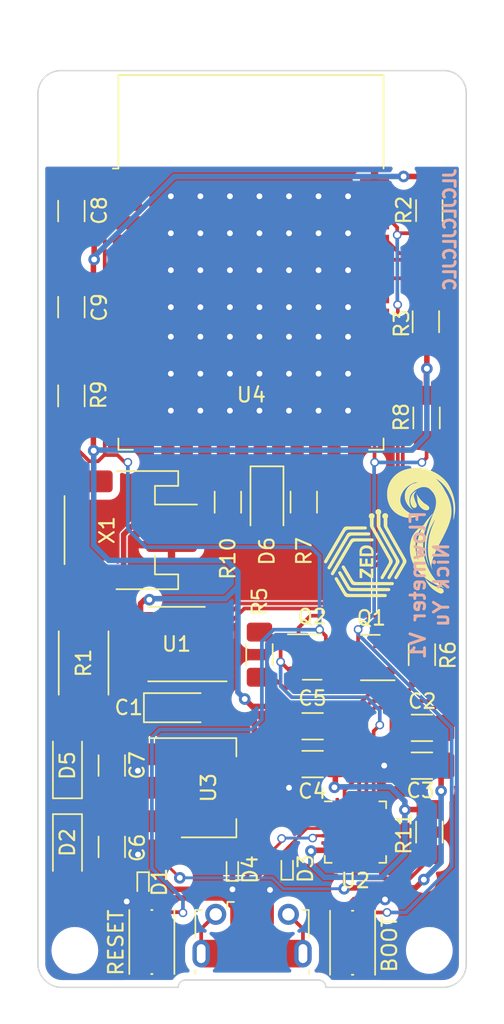
<source format=kicad_pcb>
(kicad_pcb (version 20211014) (generator pcbnew)
  (title_block (title "Energy-Harvesting Flowmeter"))
  (layers (0 "F.Cu" signal) (31 "B.Cu" signal) (34 "B.Paste" user) (35 "F.Paste" user) (36 "B.SilkS" user "B.Silkscreen") (37 "F.SilkS" user "F.Silkscreen") (38 "B.Mask" user) (39 "F.Mask" user) (44 "Edge.Cuts" user))
  (net 0 "")
  (net 1 "VBUS")
  (net 2 "GND")
  (net 3 "Net-(D1-Pad2)")
  (net 4 "D+")
  (net 5 "D-")
  (net 7 "unconnected-(J1-Pad6)")
  (net 8 "Net-(Q2-Pad1)")
  (net 9 "DTR")
  (net 10 "IO0")
  (net 11 "RTS")
  (net 12 "RESET")
  (net 13 "TXD")
  (net 14 "IO13")
  (net 15 "SCL")
  (net 16 "SDA")
  (net 28 "RXD")
  (net 55 "Net-(Q1-Pad1)")
  (net 56 "Net-(R7-Pad1)")
  (net 57 "Net-(R10-Pad2)")
  (net 58 "Net-(C1-Pad1)")
  (net 59 "3V3")
  (net 60 "Net-(R11-Pad1)")
  (net 62 "Net-(U1-Pad8)")
  (footprint "Package_DFN_QFN:QFN-24-1EP_4x4mm_P0.5mm_EP2.6x2.6mm" (layer "F.Cu") (at 157.988 117.348)
    (fp_text reference "U2")
    (fp_text value "CP2102N-Axx-xQFN24")
  )
  (footprint "Capacitor_SMD:C_1206_3216Metric_Pad1.33x1.80mm_HandSolder" (layer "F.Cu") (at 155.04 110.076 180)
    (fp_text reference "C5")
    (fp_text value "0.1uF")
  )
  (footprint "Capacitor_SMD:C_1206_3216Metric_Pad1.33x1.80mm_HandSolder" (layer "F.Cu") (at 162.56 110.184)
    (fp_text reference "C2")
    (fp_text value "4.7uF")
  )
  (footprint "Diode_SMD:D_SOD-123" (layer "F.Cu") (at 145.684 108.8)
    (fp_text reference "C1")
    (fp_text value "470uF")
  )
  (footprint "Resistor_SMD:R_1206_3216Metric_Pad1.30x1.75mm_HandSolder" (layer "F.Cu") (at 163.068 74.65 -90)
    (fp_text reference "R2")
    (fp_text value "10K")
  )
  (footprint "Button_Switch_SMD:SW_Push_1P1T_NO_CK_KMR2" (layer "F.Cu") (at 157.79 124.95 -90)
    (fp_text reference "SW1" hide)
    (fp_text value "SW_Push")
  )
  (footprint "Connector_USB:USB_Micro-B_Molex-105017-0001" (layer "F.Cu") (at 150.876 124.46)
    (fp_text reference "J1" hide)
    (fp_text value "USB_B_Mini")
  )
  (footprint "Package_TO_SOT_SMD:SOT-23" (layer "F.Cu") (at 159.01075 105.356 180)
    (fp_text reference "Q1")
    (fp_text value "BC817")
  )
  (footprint "Package_TO_SOT_SMD:SOT-23" (layer "F.Cu") (at 155.01075 105.3185)
    (fp_text reference "Q2")
    (fp_text value "BC817")
  )
  (footprint "Resistor_SMD:R_1206_3216Metric_Pad1.30x1.75mm_HandSolder" (layer "F.Cu") (at 151.384 105.156 -90)
    (fp_text reference "R5")
    (fp_text value "10K")
  )
  (footprint "Resistor_SMD:R_1206_3216Metric_Pad1.30x1.75mm_HandSolder" (layer "F.Cu") (at 162.56 105.156 90)
    (fp_text reference "R6")
    (fp_text value "10K")
  )
  (footprint "Diode_SMD:D_SOD-923" (layer "F.Cu") (at 143.38 120.904 -90)
    (fp_text reference "D1")
    (fp_text value "ESD9B5.0ST5G")
  )
  (footprint "MountingHole:MountingHole_2.2mm_M2_DIN965" (layer "F.Cu") (at 163.068 68.072)
    (fp_text reference "H2" hide)
    (fp_text value "MountingHole")
  )
  (footprint "Resistor_SMD:R_1206_3216Metric_Pad1.30x1.75mm_HandSolder" (layer "F.Cu") (at 149.212 94.68 -90)
    (fp_text reference "R10")
    (fp_text value "5K")
  )
  (footprint "Capacitor_SMD:C_1206_3216Metric_Pad1.33x1.80mm_HandSolder" (layer "F.Cu") (at 155.04 112.676 180)
    (fp_text reference "C4")
    (fp_text value "4.7uF")
  )
  (footprint "Resistor_SMD:R_1206_3216Metric_Pad1.30x1.75mm_HandSolder" (layer "F.Cu") (at 162.83 82.28 90)
    (fp_text reference "R3")
    (fp_text value "10K")
  )
  (footprint "Resistor_SMD:R_1206_3216Metric_Pad1.30x1.75mm_HandSolder" (layer "F.Cu") (at 162.88 88.89 -90)
    (fp_text reference "R8")
    (fp_text value "10K")
  )
  (footprint "Capacitor_SMD:C_1206_3216Metric_Pad1.33x1.80mm_HandSolder" (layer "F.Cu") (at 141.224 118.364 -90)
    (fp_text reference "C6")
    (fp_text value "10uF")
  )
  (footprint "RF_Module:ESP32-WROOM-32" (layer "F.Cu") (at 150.8 81.2)
    (fp_text reference "U4")
    (fp_text value "ESP32-WROOM-32")
  )
  (footprint "Diode_SMD:D_SOD-923" (layer "F.Cu") (at 149.52 119.8975 90)
    (fp_text reference "D4")
    (fp_text value "ESD9B5.0ST5G")
  )
  (footprint "Capacitor_SMD:C_1206_3216Metric_Pad1.33x1.80mm_HandSolder" (layer "F.Cu") (at 141.224 112.776 90)
    (fp_text reference "C7")
    (fp_text value "10uF")
  )
  (footprint "Resistor_SMD:R_2512_6332Metric_Pad1.40x3.35mm_HandSolder" (layer "F.Cu") (at 139.2865 105.73 -90)
    (fp_text reference "R1")
    (fp_text value "0.1")
  )
  (footprint "LED_SMD:LED_1206_3216Metric_Pad1.42x1.75mm_HandSolder" (layer "F.Cu") (at 151.9 94.676 -90)
    (fp_text reference "D6")
    (fp_text value "LED")
  )
  (footprint "Resistor_SMD:R_1206_3216Metric_Pad1.30x1.75mm_HandSolder" (layer "F.Cu") (at 138.44575 87.376 -90)
    (fp_text reference "R9")
    (fp_text value "10K")
  )
  (footprint "Diode_SMD:D_SOD-123" (layer "F.Cu") (at 138.176 118.364 -90)
    (fp_text reference "D2")
    (fp_text value "D_Schottky")
  )
  (footprint "Diode_SMD:D_SOD-923" (layer "F.Cu") (at 153.29 119.8175 90)
    (fp_text reference "D3")
    (fp_text value "ESD9B5.0ST5G")
  )
  (footprint "Connector_JST:JST_PH_S2B-PH-SM4-TB_1x02-1MP_P2.00mm_Horizontal" (layer "F.Cu") (at 142.484 96.6 -90)
    (fp_text reference "X1")
    (fp_text value "JSTPH")
  )
  (footprint "Capacitor_SMD:C_1206_3216Metric_Pad1.33x1.80mm_HandSolder" (layer "F.Cu") (at 162.56 112.784 180)
    (fp_text reference "C3")
    (fp_text value "0.1uF")
  )
  (footprint "Resistor_SMD:R_1206_3216Metric_Pad1.30x1.75mm_HandSolder" (layer "F.Cu") (at 154.432 94.676 -90)
    (fp_text reference "R7")
    (fp_text value "5K")
  )
  (footprint "ZED logo:footprint" (layer "F.Cu") (at 162.53 96.6 90)
    (fp_text reference "G***" hide)
    (fp_text value "LOGO" hide)
  )
  (footprint "Button_Switch_SMD:SW_Push_1P1T_NO_CK_KMR2" (layer "F.Cu") (at 143.98 124.9 -90)
    (fp_text reference "SW2" hide)
    (fp_text value "SW_Push")
  )
  (footprint "Resistor_SMD:R_1206_3216Metric_Pad1.30x1.75mm_HandSolder" (layer "F.Cu") (at 163.068 117.348 90)
    (fp_text reference "R11")
    (fp_text value "1K")
  )
  (footprint "Capacitor_SMD:C_1206_3216Metric_Pad1.33x1.80mm_HandSolder" (layer "F.Cu") (at 138.44575 81.28 -90)
    (fp_text reference "C9")
    (fp_text value "1uF")
  )
  (footprint "Diode_SMD:D_SOD-123" (layer "F.Cu") (at 138.176 112.776 90)
    (fp_text reference "D5")
    (fp_text value "D_Schottky")
  )
  (footprint "MountingHole:MountingHole_2.2mm_M2_DIN965" (layer "F.Cu") (at 163.068 125.476)
    (fp_text reference "H4" hide)
    (fp_text value "MountingHole")
  )
  (footprint "MountingHole:MountingHole_2.2mm_M2_DIN965" (layer "F.Cu") (at 138.684 125.476)
    (fp_text reference "H3" hide)
    (fp_text value "MountingHole")
  )
  (footprint "Capacitor_SMD:C_1206_3216Metric_Pad1.33x1.80mm_HandSolder" (layer "F.Cu") (at 138.44575 74.676 90)
    (fp_text reference "C8")
    (fp_text value "100uF")
  )
  (footprint "Package_SO:SOIC-8_3.9x4.9mm_P1.27mm" (layer "F.Cu") (at 145.6765 104.43 180)
    (fp_text reference "U1")
    (fp_text value "INA219BxD")
  )
  (footprint "MountingHole:MountingHole_2.2mm_M2_DIN965" (layer "F.Cu") (at 138.684 68.072)
    (fp_text reference "H1" hide)
    (fp_text value "MountingHole")
  )
  (footprint "Package_TO_SOT_SMD:SOT-223-3_TabPin2" (layer "F.Cu") (at 147.884 114.3)
    (fp_text reference "U3")
    (fp_text value "NCP1117-3.3_SOT223")
  )
  (footprint "ZED logo:small_zed_logo" (layer "F.Cu") (at 158.66 98.18 90)
    (fp_text reference "G***" hide)
    (fp_text value "LOGO" hide)
  )
  (gr_line (start 164.084 128.016) (end 155.956 128.016) (layer "Edge.Cuts") (width 0.1))
  (gr_arc (start 137.668 128.016) (mid 136.625877 127.534123) (end 136.144 126.492) (layer "Edge.Cuts") (width 0.1))
  (gr_line (start 155.448 127.508) (end 146.304 127.508) (layer "Edge.Cuts") (width 0.1))
  (gr_line (start 136.144 126.492) (end 136.144 66.548) (layer "Edge.Cuts") (width 0.1))
  (gr_line (start 137.729631 65.024) (end 164.084 65.024) (layer "Edge.Cuts") (width 0.1))
  (gr_line (start 145.796 128.016) (end 137.668 128.016) (layer "Edge.Cuts") (width 0.1))
  (gr_arc (start 155.448 127.508) (mid 155.80721 127.65679) (end 155.956 128.016) (layer "Edge.Cuts") (width 0.1))
  (gr_arc (start 165.608 126.492) (mid 165.144081 127.552081) (end 164.084 128.016) (layer "Edge.Cuts") (width 0.1))
  (gr_arc (start 145.796 128.016) (mid 145.94479 127.65679) (end 146.304 127.508) (layer "Edge.Cuts") (width 0.1))
  (gr_arc (start 164.084 65.024) (mid 165.161631 65.470369) (end 165.608 66.548) (layer "Edge.Cuts") (width 0.1))
  (gr_arc (start 136.144 66.548) (mid 136.629994 65.466771) (end 137.729631 65.024) (layer "Edge.Cuts") (width 0.1))
  (gr_line (start 165.608 66.548) (end 165.608 126.492) (layer "Edge.Cuts") (width 0.1))
  (gr_text "JLCJLCJLCJLC" (at 164.48 75.95 90) (layer "B.SilkS") (effects (font (size 0.81 0.81) (thickness 0.2025)) (justify mirror)))
  (gr_text "Flowmeter V1\nNick Yu" (at 163.09 100.37 90) (layer "B.SilkS") (effects (font (size 1 1) (thickness 0.2)) (justify mirror)))
  (gr_text "BOOT" (at 160.33 125.05 90) (layer "F.SilkS") (effects (font (size 1 1))))
  (gr_text "RESET" (at 141.51 124.94 90) (layer "F.SilkS") (effects (font (size 1 1))))
  (segment (start 138.176 116.714) (end 141.1365 116.714) (width 0.381) (layer "F.Cu") (net 1))
  (segment (start 163.88 113.0265) (end 164.1225 112.784) (width 0.381) (layer "F.Cu") (net 1))
  (segment (start 144.734 119.320385) (end 144.734 116.6) (width 0.2) (layer "F.Cu") (net 1))
  (segment (start 138.176 114.426) (end 138.176 116.714) (width 0.381) (layer "F.Cu") (net 1))
  (segment (start 144.734 116.6) (end 141.4255 116.6) (width 0.381) (layer "F.Cu") (net 1))
  (segment (start 162.69 120.61) (end 162.12 121.18) (width 0.381) (layer "F.Cu") (net 1))
  (segment (start 163.88 114.52) (end 163.88 113.0265) (width 0.381) (layer "F.Cu") (net 1))
  (segment (start 141.4255 116.6) (end 141.224 116.8015) (width 0.381) (layer "F.Cu") (net 1))
  (segment (start 141.1365 116.714) (end 141.224 116.8015) (width 0.381) (layer "F.Cu") (net 1))
  (segment (start 164.1225 112.784) (end 164.1225 110.184) (width 0.381) (layer "F.Cu") (net 1))
  (segment (start 157.27 121.18) (end 157.21 121.24) (width 0.381) (layer "F.Cu") (net 1))
  (segment (start 162.12 121.18) (end 157.27 121.18) (width 0.381) (layer "F.Cu") (net 1))
  (segment (start 157.22 121.23) (end 157.21 121.24) (width 0.2) (layer "F.Cu") (net 1))
  (segment (start 145.903615 120.49) (end 144.734 119.320385) (width 0.2) (layer "F.Cu") (net 1))
  (segment (start 157.238 119.2855) (end 157.22 119.3035) (width 0.2) (layer "F.Cu") (net 1))
  (segment (start 157.22 120.93) (end 157.22 121.23) (width 0.2) (layer "F.Cu") (net 1))
  (segment (start 157.22 119.3035) (end 157.22 120.93) (width 0.2) (layer "F.Cu") (net 1))
  (via (at 145.903615 120.49) (size 0.8) (drill 0.4) (layers "F.Cu" "B.Cu") (net 1))
  (via (at 162.69 120.61) (size 0.8) (drill 0.4) (layers "F.Cu" "B.Cu") (net 1))
  (via (at 163.88 114.52) (size 0.8) (drill 0.4) (layers "F.Cu" "B.Cu") (net 1))
  (via (at 157.21 121.24) (size 0.8) (drill 0.4) (layers "F.Cu" "B.Cu") (net 1))
  (segment (start 163.88 114.52) (end 163.88 119.42) (width 0.381) (layer "B.Cu") (net 1))
  (segment (start 152.269259 120.49) (end 153.019259 121.24) (width 0.2) (layer "B.Cu") (net 1))
  (segment (start 153.019259 121.24) (end 157.21 121.24) (width 0.2) (layer "B.Cu") (net 1))
  (segment (start 163.88 119.42) (end 162.69 120.61) (width 0.381) (layer "B.Cu") (net 1))
  (segment (start 145.903615 120.49) (end 152.269259 120.49) (width 0.2) (layer "B.Cu") (net 1))
  (segment (start 147.34 97.6) (end 145.334 97.6) (width 0.381) (layer "F.Cu") (net 2))
  (segment (start 145.085 90.455) (end 145.085 84.135) (width 0.381) (layer "F.Cu") (net 2))
  (segment (start 145.085 91.836) (end 147.64 94.391) (width 0.381) (layer "F.Cu") (net 2))
  (segment (start 147.334 110.486) (end 147.334 108.8) (width 0.381) (layer "F.Cu") (net 2))
  (segment (start 138.44575 73.1135) (end 137.4565 73.1135) (width 0.381) (layer "F.Cu") (net 2))
  (segment (start 147.64 95.21) (end 147.64 95.76) (width 0.381) (layer "F.Cu") (net 2))
  (segment (start 149.5265 121.28) (end 148.61 121.28) (width 0.381) (layer "F.Cu") (net 2))
  (segment (start 142.3 72.945) (end 138.61425 72.945) (width 0.381) (layer "F.Cu") (net 2))
  (segment (start 148.17 94.68) (end 147.64 95.21) (width 0.381) (layer "F.Cu") (net 2))
  (segment (start 152.176 122.9975) (end 152.176 121.386) (width 0.381) (layer "F.Cu") (net 2))
  (segment (start 142.25 122.114) (end 142.986 122.85) (width 0.381) (layer "F.Cu") (net 2))
  (segment (start 145.75 104.82) (end 144.725 103.795) (width 0.381) (layer "F.Cu") (net 2))
  (segment (start 149.52 120.3175) (end 149.52 121.2735) (width 0.381) (layer "F.Cu") (net 2))
  (segment (start 155.13 116.6) (end 149.75 116.6) (width 0.254) (layer "F.Cu") (net 2))
  (segment (start 153.29 120.2375) (end 152.9625 120.2375) (width 0.381) (layer "F.Cu") (net 2))
  (segment (start 147.334 108.8) (end 145.75 107.216) (width 0.381) (layer "F.Cu") (net 2))
  (segment (start 160.9975 112.784) (end 160.9975 110.184) (width 0.381) (layer "F.Cu") (net 2))
  (segment (start 159.3 72.945) (end 153.725 72.945) (width 0.381) (layer "F.Cu") (net 2))
  (segment (start 137.4565 73.1135) (end 137.15573 73.41427) (width 0.381) (layer "F.Cu") (net 2))
  (segment (start 153.4775 114.9475) (end 155.13 116.6) (width 0.381) (layer "F.Cu") (net 2))
  (segment (start 145.82 112) (end 147.334 110.486) (width 0.381) (layer "F.Cu") (net 2))
  (segment (start 151.03 94.68) (end 148.17 94.68) (width 0.381) (layer "F.Cu") (net 2))
  (segment (start 137.4325 82.8425) (end 138.44575 82.8425) (width 0.381) (layer "F.Cu") (net 2))
  (segment (start 144.15 112) (end 143.02 113.13) (width 0.381) (layer "F.Cu") (net 2))
  (segment (start 156.99 122.9) (end 156.99 127) (width 0.381) (layer "F.Cu") (net 2))
  (segment (start 138.61425 72.945) (end 138.44575 73.1135) (width 0.381) (layer "F.Cu") (net 2))
  (segment (start 157.238 116.598) (end 157.988 117.348) (width 0.254) (layer "F.Cu") (net 2))
  (segment (start 149.52 121.2735) (end 149.5265 121.28) (width 0.381) (layer "F.Cu") (net 2))
  (segment (start 148.61 121.28) (end 145.42 121.28) (width 0.381) (layer "F.Cu") (net 2))
  (segment (start 148.1515 106.335) (end 148.1515 105.065) (width 0.254) (layer "F.Cu") (net 2))
  (segment (start 145.995 105.065) (end 145.75 104.82) (width 0.254) (layer "F.Cu") (net 2))
  (segment (start 143.18 122.85) (end 143.18 126.95) (width 0.381) (layer "F.Cu") (net 2))
  (segment (start 153.725 72.945) (end 149.8 76.87) (width 0.381) (layer "F.Cu") (net 2))
  (segment (start 151.9 93.81) (end 151.03 94.68) (width 0.381) (layer "F.Cu") (net 2))
  (segment (start 160.02 121.98) (end 157.91 121.98) (width 0.381) (layer "F.Cu") (net 2))
  (segment (start 147.64 97.3) (end 147.34 97.6) (width 0.381) (layer "F.Cu") (net 2))
  (segment (start 157.91 121.98) (end 156.99 122.9) (width 0.381) (layer "F.Cu") (net 2))
  (segment (start 141.224 111.2135) (end 142.0105 112) (width 0.381) (layer "F.Cu") (net 2))
  (segment (start 145.42 121.28) (end 144.14 120) (width 0.381) (layer "F.Cu") (net 2))
  (segment (start 160.9975 112.784) (end 159.9725 112.784) (width 0.381) (layer "F.Cu") (net 2))
  (segment (start 144.14 120) (end 143.03 118.89) (width 0.381) (layer "F.Cu") (net 2))
  (segment (start 147.64 95.76) (end 147.64 97.3) (width 0.381) (layer "F.Cu") (net 2))
  (segment (start 148.1515 105.065) (end 145.995 105.065) (width 0.254) (layer "F.Cu") (net 2))
  (segment (start 153.956 96.226) (end 151.9 94.17) (width 0.381) (layer "F.Cu") (net 2))
  (segment (start 141.224 119.9265) (end 141.9935 119.9265) (width 0.381) (layer "F.Cu") (net 2))
  (segment (start 148.61 117.74) (end 148.61 121.28) (width 0.254) (layer "F.Cu") (net 2))
  (segment (start 142.3 72.945) (end 145.815 72.945) (width 0.381) (layer "F.Cu") (net 2))
  (segment (start 142.986 122.85) (end 143.18 122.85) (width 0.381) (layer "F.Cu") (net 2))
  (segment (start 149.8 76.87) (end 149.8 80.445) (width 0.381) (layer "F.Cu") (net 2))
  (segment (start 149.75 116.6) (end 148.61 117.74) (width 0.254) (layer "F.Cu") (net 2))
  (segment (start 145.334 103.186) (end 145.334 97.6) (width 0.381) (layer "F.Cu") (net 2))
  (segment (start 143.38 120.484) (end 143.656 120.484) (width 0.381) (layer "F.Cu") (net 2))
  (segment (start 143.656 120.484) (end 144.14 120) (width 0.381) (layer "F.Cu") (net 2))
  (segment (start 143.670203 103.795) (end 144.725 103.795) (width 0.381) (layer "F.Cu") (net 2))
  (segment (start 137.15573 82.56573) (end 137.4325 82.8425) (width 0.381) (layer "F.Cu") (net 2))
  (segment (start 152.11 121.09) (end 152.11 121.32) (width 0.381) (layer "F.Cu") (net 2))
  (segment (start 145.085 90.455) (end 145.085 91.836) (width 0.381) (layer "F.Cu") (net 2))
  (segment (start 152.9625 120.2375) (end 152.11 121.09) (width 0.381) (layer "F.Cu") (net 2))
  (segment (start 143.2015 103.795) (end 143.670203 103.795) (width 0.381) (layer "F.Cu") (net 2))
  (segment (start 147.64 94.391) (end 147.64 95.76) (width 0.381) (layer "F.Cu") (net 2))
  (segment (start 159.9725 112.784) (end 159.9645 112.776) (width 0.381) (layer "F.Cu") (net 2))
  (segment (start 156.0505 116.598) (end 157.238 116.598) (width 0.254) (layer "F.Cu") (net 2))
  (segment (start 154.432 96.226) (end 153.956 96.226) (width 0.381) (layer "F.Cu") (net 2))
  (segment (start 156.0485 116.6) (end 155.13 116.6) (width 0.254) (layer "F.Cu") (net 2))
  (segment (start 137.15573 73.41427) (end 137.15573 82.56573) (width 0.381) (layer "F.Cu") (net 2))
  (segment (start 144.725 103.795) (end 145.334 103.186) (width 0.381) (layer "F.Cu") (net 2))
  (segment (start 141.9935 119.9265) (end 143.03 118.89) (width 0.381) (layer "F.Cu") (net 2))
  (segment (start 142.0105 112) (end 145.82 112) (width 0.381) (layer "F.Cu") (net 2))
  (segment (start 145.75 107.216) (end 145.75 104.82) (width 0.381) (layer "F.Cu") (net 2))
  (segment (start 145.085 84.135) (end 148.775 80.445) (width 0.381) (layer "F.Cu") (net 2))
  (segment (start 153.4775 110.076) (end 153.4775 114.9475) (width 0.381) (layer "F.Cu") (net 2))
  (segment (start 151.9 94.17) (end 151.9 93.1885) (width 0.381) (layer "F.Cu") (net 2))
  (segment (start 145.815 72.945) (end 149.8 76.93) (width 0.381) (layer "F.Cu") (net 2))
  (segment (start 148.775 80.445) (end 149.8 80.445) (width 0.381) (layer "F.Cu") (net 2))
  (segment (start 152.176 121.386) (end 152.11 121.32) (width 0.381) (layer "F.Cu") (net 2))
  (via (at 151.384 73.66) (size 0.8) (drill 0.4) (layers "F.Cu" "B.Cu") (net 2))
  (via (at 159.9645 112.776) (size 0.8) (drill 0.4) (layers "F.Cu" "B.Cu") (net 2))
  (via (at 145.288 81.28) (size 0.8) (drill 0.4) (layers "F.Cu" "B.Cu") (net 2))
  (via (at 153.416 88.392) (size 0.8) (drill 0.4) (layers "F.Cu" "B.Cu") (net 2))
  (via (at 155.448 83.312) (size 0.8) (drill 0.4) (layers "F.Cu" "B.Cu") (net 2))
  (via (at 160.02 121.98) (size 0.8) (drill 0.4) (layers "F.Cu" "B.Cu") (net 2))
  (via (at 149.352 73.66) (size 0.8) (drill 0.4) (layers "F.Cu" "B.Cu") (net 2))
  (via (at 149.352 85.852) (size 0.8) (drill 0.4) (layers "F.Cu" "B.Cu") (net 2))
  (via (at 153.416 78.74) (size 0.8) (drill 0.4) (layers "F.Cu" "B.Cu") (net 2))
  (via (at 151.384 83.312) (size 0.8) (drill 0.4) (layers "F.Cu" "B.Cu") (net 2))
  (via (at 157.48 81.28) (size 0.8) (drill 0.4) (layers "F.Cu" "B.Cu") (net 2))
  (via (at 157.48 76.2) (size 0.8) (drill 0.4) (layers "F.Cu" "B.Cu") (net 2))
  (via (at 157.48 78.74) (size 0.8) (drill 0.4) (layers "F.Cu" "B.Cu") (net 2))
  (via (at 152.11 121.32) (size 0.8) (drill 0.4) (layers "F.Cu" "B.Cu") (net 2))
  (via (at 153.416 81.28) (size 0.8) (drill 0.4) (layers "F.Cu" "B.Cu") (net 2))
  (via (at 147.32 81.28) (size 0.8) (drill 0.4) (layers "F.Cu" "B.Cu") (net 2))
  (via (at 149.352 81.28) (size 0.8) (drill 0.4) (layers "F.Cu" "B.Cu") (net 2))
  (via (at 157.48 88.392) (size 0.8) (drill 0.4) (layers "F.Cu" "B.Cu") (net 2))
  (via (at 145.288 83.312) (size 0.8) (drill 0.4) (layers "F.Cu" "B.Cu") (net 2))
  (via (at 145.288 73.66) (size 0.8) (drill 0.4) (layers "F.Cu" "B.Cu") (net 2))
  (via (at 143.02 113.13) (size 0.8) (drill 0.4) (layers "F.Cu" "B.Cu") (net 2))
  (via (at 155.448 73.66) (size 0.8) (drill 0.4) (layers "F.Cu" "B.Cu") (net 2))
  (via (at 147.32 88.392) (size 0.8) (drill 0.4) (layers "F.Cu" "B.Cu") (net 2))
  (via (at 145.288 76.2) (size 0.8) (drill 0.4) (layers "F.Cu" "B.Cu") (net 2))
  (via (at 149.352 78.74) (size 0.8) (drill 0.4) (layers "F.Cu" "B.Cu") (net 2))
  (via (at 147.32 83.312) (size 0.8) (drill 0.4) (layers "F.Cu" "B.Cu") (net 2))
  (via (at 155.448 78.74) (size 0.8) (drill 0.4) (layers "F.Cu" "B.Cu") (net 2))
  (via (at 153.416 114.3) (size 0.8) (drill 0.4) (layers "F.Cu" "B.Cu") (net 2))
  (via (at 151.384 85.852) (size 0.8) (drill 0.4) (layers "F.Cu" "B.Cu") (net 2))
  (via (at 145.288 78.74) (size 0.8) (drill 0.4) (layers "F.Cu" "B.Cu") (net 2))
  (via (at 149.352 88.392) (size 0.8) (drill 0.4) (layers "F.Cu" "B.Cu") (net 2))
  (via (at 142.25 122.114) (size 0.8) (drill 0.4) (layers "F.Cu" "B.Cu") (net 2))
  (via (at 143.03 118.89) (size 0.8) (drill 0.4) (layers "F.Cu" "B.Cu") (net 2))
  (via (at 147.32 73.66) (size 0.8) (drill 0.4) (layers "F.Cu" "B.Cu") (net 2))
  (via (at 157.48 85.852) (size 0.8) (drill 0.4) (layers "F.Cu" "B.Cu") (net 2))
  (via (at 147.32 76.2) (size 0.8) (drill 0.4) (layers "F.Cu" "B.Cu") (net 2))
  (via (at 153.416 83.312) (size 0.8) (drill 0.4) (layers "F.Cu" "B.Cu") (net 2))
  (via (at 153.416 85.852) (size 0.8) (drill 0.4) (layers "F.Cu" "B.Cu") (net 2))
  (via (at 151.384 81.28) (size 0.8) (drill 0.4) (layers "F.Cu" "B.Cu") (net 2))
  (via (at 153.416 73.66) (size 0.8) (drill 0.4) (layers "F.Cu" "B.Cu") (net 2))
  (via (at 157.48 73.66) (size 0.8) (drill 0.4) (layers "F.Cu" "B.Cu") (net 2))
  (via (at 155.448 85.852) (size 0.8) (drill 0.4) (layers "F.Cu" "B.Cu") (net 2))
  (via (at 155.448 88.392) (size 0.8) (drill 0.4) (layers "F.Cu" "B.Cu") (net 2))
  (via (at 149.5265 121.28) (size 0.8) (drill 0.4) (layers "F.Cu" "B.Cu") (net 2))
  (via (at 155.448 76.2) (size 0.8) (drill 0.4) (layers "F.Cu" "B.Cu") (net 2))
  (via (at 157.48 83.312) (size 0.8) (drill 0.4) (layers "F.Cu" "B.Cu") (net 2))
  (via (at 151.384 88.392) (size 0.8) (drill 0.4) (layers "F.Cu" "B.Cu") (net 2))
  (via (at 145.288 88.392) (size 0.8) (drill 0.4) (layers "F.Cu" "B.Cu") (net 2))
  (via (at 147.32 85.852) (size 0.8) (drill 0.4) (layers "F.Cu" "B.Cu") (net 2))
  (via (at 147.32 78.74) (size 0.8) (drill 0.4) (layers "F.Cu" "B.Cu") (net 2))
  (via (at 151.384 78.74) (size 0.8) (drill 0.4) (layers "F.Cu" "B.Cu") (net 2))
  (via (at 153.416 76.2) (size 0.8) (drill 0.4) (layers "F.Cu" "B.Cu") (net 2))
  (via (at 151.384 76.2) (size 0.8) (drill 0.4) (layers "F.Cu" "B.Cu") (net 2))
  (via (at 145.288 85.852) (size 0.8) (drill 0.4) (layers "F.Cu" "B.Cu") (net 2))
  (via (at 149.352 76.2) (size 0.8) (drill 0.4) (layers "F.Cu" "B.Cu") (net 2))
  (via (at 149.352 83.312) (size 0.8) (drill 0.4) (layers "F.Cu" "B.Cu") (net 2))
  (via (at 155.448 81.28) (size 0.8) (drill 0.4) (layers "F.Cu" "B.Cu") (net 2))
  (segment (start 152.11 121.32) (end 149.5665 121.32) (width 0.381) (layer "B.Cu") (net 2))
  (segment (start 160.4725 113.284) (end 159.4565 113.284) (width 0.381) (layer "B.Cu") (net 2))
  (segment (start 154.94 114.3) (end 155.956 113.284) (width 0.381) (layer "B.Cu") (net 2))
  (segment (start 162.56 118.50098) (end 162.56 115.3715) (width 0.381) (layer "B.Cu") (net 2))
  (segment (start 155.956 113.284) (end 159.4565 113.284) (width 0.381) (layer "B.Cu") (net 2))
  (segment (start 142.25 122.114) (end 143.03 121.334) (width 0.381) (layer "B.Cu") (net 2))
  (segment (start 149.5665 121.32) (end 149.5265 121.28) (width 0.381) (layer "B.Cu") (net 2))
  (segment (start 153.416 114.3) (end 154.94 114.3) (width 0.381) (layer "B.Cu") (net 2))
  (segment (start 143.02 113.13) (end 143.02 118.88) (width 0.381) (layer "B.Cu") (net 2))
  (segment (start 159.9645 112.776) (end 159.4565 113.284) (width 0.381) (layer "B.Cu") (net 2))
  (segment (start 160.02 121.04098) (end 162.56 118.50098) (width 0.381) (layer "B.Cu") (net 2))
  (segment (start 143.03 121.334) (end 143.03 118.89) (width 0.381) (layer "B.Cu") (net 2))
  (segment (start 160.02 121.98) (end 160.02 121.04098) (width 0.381) (layer "B.Cu") (net 2))
  (segment (start 162.56 115.3715) (end 160.4725 113.284) (width 0.381) (layer "B.Cu") (net 2))
  (segment (start 143.02 118.88) (end 143.03 118.89) (width 0.381) (layer "B.Cu") (net 2))
  (segment (start 143.92598 121.86998) (end 143.38 121.324) (width 0.381) (layer "F.Cu") (net 3))
  (segment (start 148.92348 121.86998) (end 143.92598 121.86998) (width 0.381) (layer "F.Cu") (net 3))
  (segment (start 149.576 122.9975) (end 149.576 122.5225) (width 0.381) (layer "F.Cu") (net 3))
  (segment (start 139.486 121.324) (end 143.38 121.324) (width 0.381) (layer "F.Cu") (net 3))
  (segment (start 138.176 120.014) (end 139.486 121.324) (width 0.381) (layer "F.Cu") (net 3))
  (segment (start 149.576 122.5225) (end 148.92348 121.86998) (width 0.381) (layer "F.Cu") (net 3))
  (segment (start 154.646013 117.098) (end 156.0505 117.098) (width 0.2) (layer "F.Cu") (net 4))
  (segment (start 150.876 122.9975) (end 150.876 120.868013) (width 0.2) (layer "F.Cu") (net 4))
  (segment (start 153.29 119.39) (end 152.822006 118.922006) (width 0.2) (layer "F.Cu") (net 4))
  (segment (start 152.822006 118.922006) (end 154.646013 117.098) (width 0.2) (layer "F.Cu") (net 4))
  (segment (start 153.29 119.3975) (end 153.29 119.39) (width 0.2) (layer "F.Cu") (net 4))
  (segment (start 150.876 120.868013) (end 152.822006 118.922006) (width 0.2) (layer "F.Cu") (net 4))
  (segment (start 149.52 119.4775) (end 149.9975 119.4775) (width 0.2) (layer "F.Cu") (net 5))
  (segment (start 152.91 117.986192) (end 150.708096 120.188096) (width 0.2) (layer "F.Cu") (net 5))
  (segment (start 150.226 120.670191) (end 150.226 122.9975) (width 0.2) (layer "F.Cu") (net 5))
  (segment (start 150.708096 120.188096) (end 150.226 120.670191) (width 0.2) (layer "F.Cu") (net 5))
  (segment (start 152.91 117.79) (end 152.91 117.986192) (width 0.2) (layer "F.Cu") (net 5))
  (segment (start 155.042979 117.757525) (end 155.202504 117.598) (width 0.2) (layer "F.Cu") (net 5))
  (segment (start 149.9975 119.4775) (end 150.708096 120.188096) (width 0.2) (layer "F.Cu") (net 5))
  (segment (start 155.202504 117.598) (end 156.0505 117.598) (width 0.2) (layer "F.Cu") (net 5))
  (via (at 155.042979 117.757525) (size 0.6) (drill 0.4) (layers "F.Cu" "B.Cu") (net 5))
  (via (at 152.91 117.79) (size 0.6) (drill 0.4) (layers "F.Cu" "B.Cu") (net 5))
  (segment (start 155.042979 117.757525) (end 152.942475 117.757525) (width 0.2) (layer "B.Cu") (net 5))
  (segment (start 152.942475 117.757525) (end 152.91 117.79) (width 0.2) (layer "B.Cu") (net 5))
  (segment (start 147.376 125.6975) (end 147.376 123.9975) (width 0.254) (layer "F.Cu") (net 7))
  (segment (start 154.376 125.6975) (end 147.376 125.6975) (width 0.254) (layer "F.Cu") (net 7))
  (segment (start 147.376 123.9975) (end 148.376 122.9975) (width 0.254) (layer "F.Cu") (net 7))
  (segment (start 154.376 123.9975) (end 153.376 122.9975) (width 0.254) (layer "F.Cu") (net 7))
  (segment (start 154.376 125.6975) (end 154.376 123.9975) (width 0.254) (layer "F.Cu") (net 7))
  (segment (start 154.07325 104.3685) (end 154.07325 103.30675) (width 0.254) (layer "F.Cu") (net 8))
  (segment (start 162.31 102.48) (end 162.57 102.74) (width 0.254) (layer "F.Cu") (net 8))
  (segment (start 154.9 102.48) (end 162.31 102.48) (width 0.254) (layer "F.Cu") (net 8))
  (segment (start 162.57 102.74) (end 162.57 103.596) (width 0.254) (layer "F.Cu") (net 8))
  (segment (start 162.57 103.596) (end 162.56 103.606) (width 0.254) (layer "F.Cu") (net 8))
  (segment (start 154.07325 103.30675) (end 154.9 102.48) (width 0.254) (layer "F.Cu") (net 8))
  (segment (start 162.56 106.706) (end 161.896 106.706) (width 0.254) (layer "F.Cu") (net 9))
  (segment (start 157.7925 113.924943) (end 157.7925 108.999344) (width 0.254) (layer "F.Cu") (net 9))
  (segment (start 161.37304 107.89296) (end 162.56 106.706) (width 0.254) (layer "F.Cu") (net 9))
  (segment (start 157.7925 108.999344) (end 158.898884 107.89296) (width 0.254) (layer "F.Cu") (net 9))
  (segment (start 157.238 115.4105) (end 157.238 114.479443) (width 0.254) (layer "F.Cu") (net 9))
  (segment (start 159.94825 104.75825) (end 159.94825 104.406) (width 0.254) (layer "F.Cu") (net 9))
  (segment (start 158.898884 107.89296) (end 161.37304 107.89296) (width 0.254) (layer "F.Cu") (net 9))
  (segment (start 157.238 114.479443) (end 157.7925 113.924943) (width 0.254) (layer "F.Cu") (net 9))
  (segment (start 161.896 106.706) (end 159.94825 104.75825) (width 0.254) (layer "F.Cu") (net 9))
  (segment (start 158.17 105.25925) (end 158.07325 105.356) (width 0.254) (layer "F.Cu") (net 10))
  (segment (start 158.621102 122.868898) (end 158.59 122.9) (width 0.254) (layer "F.Cu") (net 10))
  (segment (start 159.3 91.93) (end 159.3 89.455) (width 0.254) (layer "F.Cu") (net 10))
  (segment (start 158.64 122.91) (end 158.64 127.01) (width 0.254) (layer "F.Cu") (net 10))
  (segment (start 162.56 91.948) (end 162.88 91.628) (width 0.254) (layer "F.Cu") (net 10))
  (segment (start 158.17 103.4265) (end 158.17 105.25925) (width 0.254) (layer "F.Cu") (net 10))
  (segment (start 162.88 91.628) (end 162.88 90.44) (width 0.254) (layer "F.Cu") (net 10))
  (segment (start 159.31 91.94) (end 159.3 91.93) (width 0.254) (layer "F.Cu") (net 10))
  (segment (start 160.157717 122.868898) (end 158.621102 122.868898) (width 0.254) (layer "F.Cu") (net 10))
  (via (at 159.31 91.94) (size 0.6) (drill 0.4) (layers "F.Cu" "B.Cu") (net 10))
  (via (at 162.56 91.948) (size 0.6) (drill 0.4) (layers "F.Cu" "B.Cu") (net 10))
  (via (at 160.157717 122.868898) (size 0.6) (drill 0.4) (layers "F.Cu" "B.Cu") (net 10))
  (via (at 158.17 103.4265) (size 0.6) (drill 0.4) (layers "F.Cu" "B.Cu") (net 10))
  (segment (start 159.31 91.94) (end 159.318 91.948) (width 0.254) (layer "B.Cu") (net 10))
  (segment (start 158.17 103.75) (end 158.17 103.4265) (width 0.254) (layer "B.Cu") (net 10))
  (segment (start 161.457443 122.87) (end 164.606511 119.720932) (width 0.254) (layer "B.Cu") (net 10))
  (segment (start 159.318 91.948) (end 162.56 91.948) (width 0.254) (layer "B.Cu") (net 10))
  (segment (start 160.158819 122.87) (end 161.457443 122.87) (width 0.254) (layer "B.Cu") (net 10))
  (segment (start 164.606511 110.186511) (end 158.17 103.75) (width 0.254) (layer "B.Cu") (net 10))
  (segment (start 159.31 91.94) (end 159.272613 91.977387) (width 0.254) (layer "B.Cu") (net 10))
  (segment (start 159.272613 102.323887) (end 158.17 103.4265) (width 0.254) (layer "B.Cu") (net 10))
  (segment (start 159.272613 91.977387) (end 159.272613 102.323887) (width 0.254) (layer "B.Cu") (net 10))
  (segment (start 164.606511 119.720932) (end 164.606511 110.186511) (width 0.254) (layer "B.Cu") (net 10))
  (segment (start 160.157717 122.868898) (end 160.158819 122.87) (width 0.254) (layer "B.Cu") (net 10))
  (segment (start 153.4585 106.2685) (end 154.07325 106.2685) (width 0.254) (layer "F.Cu") (net 11))
  (segment (start 151.976 103.606) (end 151.384 103.606) (width 0.254) (layer "F.Cu") (net 11))
  (segment (start 152.84 105.65) (end 152.84 104.47) (width 0.254) (layer "F.Cu") (net 11))
  (segment (start 152.84 104.47) (end 151.976 103.606) (width 0.254) (layer "F.Cu") (net 11))
  (segment (start 152.84 105.65) (end 153.4585 106.2685) (width 0.254) (layer "F.Cu") (net 11))
  (segment (start 159.238 110.412) (end 159.238 115.4105) (width 0.254) (layer "F.Cu") (net 11))
  (segment (start 159.66 109.99) (end 159.238 110.412) (width 0.254) (layer "F.Cu") (net 11))
  (via (at 159.66 109.99) (size 0.6) (drill 0.4) (layers "F.Cu" "B.Cu") (net 11))
  (via (at 152.84 105.65) (size 0.6) (drill 0.4) (layers "F.Cu" "B.Cu") (net 11))
  (segment (start 153.6 108.08) (end 158.76 108.08) (width 0.254) (layer "B.Cu") (net 11))
  (segment (start 152.84 105.65) (end 152.84 107.32) (width 0.254) (layer "B.Cu") (net 11))
  (segment (start 159.66 108.98) (end 159.66 109.99) (width 0.254) (layer "B.Cu") (net 11))
  (segment (start 152.84 107.32) (end 153.6 108.08) (width 0.254) (layer "B.Cu") (net 11))
  (segment (start 158.76 108.08) (end 159.66 108.98) (width 0.254) (layer "B.Cu") (net 11))
  (segment (start 141.466978 75.485) (end 142.3 75.485) (width 0.254) (layer "F.Cu") (net 12))
  (segment (start 142.33 91.94) (end 142.116638 91.94) (width 0.254) (layer "F.Cu") (net 12))
  (segment (start 138.44575 90.633193) (end 138.44575 88.926) (width 0.254) (layer "F.Cu") (net 12))
  (segment (start 144.78 122.85) (end 144.78 126.95) (width 0.254) (layer "F.Cu") (net 12))
  (segment (start 140.74 76.211978) (end 141.466978 75.485) (width 0.254) (layer "F.Cu") (net 12))
  (segment (start 140.74 91.44) (end 140.74 76.211978) (width 0.254) (layer "F.Cu") (net 12))
  (segment (start 142.116638 91.94) (end 141.616638 91.44) (width 0.254) (layer "F.Cu") (net 12))
  (segment (start 155.94825 103.86825) (end 155.94825 105.3185) (width 0.254) (layer "F.Cu") (net 12))
  (segment (start 155.52 103.44) (end 155.94825 103.86825) (width 0.254) (layer "F.Cu") (net 12))
  (segment (start 140.280932 91.866511) (end 139.679068 91.866511) (width 0.254) (layer "F.Cu") (net 12))
  (segment (start 139.679068 91.866511) (end 138.44575 90.633193) (width 0.254) (layer "F.Cu") (net 12))
  (segment (start 146.08 122.85) (end 144.78 122.85) (width 0.254) (layer "F.Cu") (net 12))
  (segment (start 146.12 122.89) (end 146.08 122.85) (width 0.254) (layer "F.Cu") (net 12))
  (segment (start 140.716 91.431443) (end 140.280932 91.866511) (width 0.254) (layer "F.Cu") (net 12))
  (segment (start 141.616638 91.44) (end 140.74 91.44) (width 0.254) (layer "F.Cu") (net 12))
  (via (at 142.33 91.94) (size 0.6) (drill 0.4) (layers "F.Cu" "B.Cu") (net 12))
  (via (at 146.12 122.89) (size 0.6) (drill 0.4) (layers "F.Cu" "B.Cu") (net 12))
  (via (at 155.52 103.44) (size 0.6) (drill 0.4) (layers "F.Cu" "B.Cu") (net 12))
  (segment (start 142.33 96.53) (end 142.33 91.94) (width 0.254) (layer "B.Cu") (net 12))
  (segment (start 151.55 104.24) (end 152.35 103.44) (width 0.254) (layer "B.Cu") (net 12))
  (segment (start 154.932096 97.772096) (end 143.572096 97.772096) (width 0.254) (layer "B.Cu") (net 12))
  (segment (start 143.983489 110.836511) (end 144.52 110.3) (width 0.254) (layer "B.Cu") (net 12))
  (segment (start 152.35 103.44) (end 155.52 103.44) (width 0.254) (layer "B.Cu") (net 12))
  (segment (start 146.12 122.89) (end 146.12 121.97) (width 0.254) (layer "B.Cu") (net 12))
  (segment (start 155.52 103.44) (end 155.52 98.36) (width 0.254) (layer "B.Cu") (net 12))
  (segment (start 151.55 109.61) (end 151.55 104.24) (width 0.254) (layer "B.Cu") (net 12))
  (segment (start 155.52 98.36) (end 154.932096 97.772096) (width 0.254) (layer "B.Cu") (net 12))
  (segment (start 146.12 121.97) (end 143.983489 119.833489) (width 0.254) (layer "B.Cu") (net 12))
  (segment (start 143.983489 119.833489) (end 143.983489 110.836511) (width 0.254) (layer "B.Cu") (net 12))
  (segment (start 143.572096 97.772096) (end 142.33 96.53) (width 0.254) (layer "B.Cu") (net 12))
  (segment (start 144.52 110.3) (end 150.86 110.3) (width 0.254) (layer "B.Cu") (net 12))
  (segment (start 150.86 110.3) (end 151.55 109.61) (width 0.254) (layer "B.Cu") (net 12))
  (segment (start 164.16 107.45) (end 163.26352 108.34648) (width 0.254) (layer "F.Cu") (net 13))
  (segment (start 158.24602 115.40248) (end 158.238 115.4105) (width 0.254) (layer "F.Cu") (net 13))
  (segment (start 159.3 78.025) (end 163.362646 78.025) (width 0.254) (layer "F.Cu") (net 13))
  (segment (start 164.16 78.822354) (end 164.16 107.45) (width 0.254) (layer "F.Cu") (net 13))
  (segment (start 159.112146 108.34648) (end 158.271428 109.187198) (width 0.254) (layer "F.Cu") (net 13))
  (segment (start 158.271428 109.187198) (end 158.24602 109.187198) (width 0.254) (layer "F.Cu") (net 13))
  (segment (start 163.26352 108.34648) (end 159.112146 108.34648) (width 0.254) (layer "F.Cu") (net 13))
  (segment (start 158.24602 109.187198) (end 158.24602 115.40248) (width 0.254) (layer "F.Cu") (net 13))
  (segment (start 163.362646 78.025) (end 164.16 78.822354) (width 0.254) (layer "F.Cu") (net 13))
  (segment (start 146.355 91.775) (end 147.71 93.13) (width 0.254) (layer "F.Cu") (net 14))
  (segment (start 146.355 90.455) (end 146.355 91.775) (width 0.254) (layer "F.Cu") (net 14))
  (segment (start 147.71 93.13) (end 149.212 93.13) (width 0.254) (layer "F.Cu") (net 14))
  (segment (start 160.98 76.2) (end 163.068 76.2) (width 0.254) (layer "F.Cu") (net 15))
  (segment (start 156.290626 101.64) (end 150.044027 101.64) (width 0.254) (layer "F.Cu") (net 15))
  (segment (start 160.86 76.32) (end 160.86 75.8) (width 0.254) (layer "F.Cu") (net 15))
  (segment (start 149.159027 102.525) (end 148.1515 102.525) (width 0.254) (layer "F.Cu") (net 15))
  (segment (start 160.545 75.485) (end 159.3 75.485) (width 0.254) (layer "F.Cu") (net 15))
  (segment (start 160.86 75.8) (end 160.545 75.485) (width 0.254) (layer "F.Cu") (net 15))
  (segment (start 160.86 76.32) (end 160.98 76.2) (width 0.254) (layer "F.Cu") (net 15))
  (segment (start 150.044027 101.64) (end 149.159027 102.525) (width 0.254) (layer "F.Cu") (net 15))
  (segment (start 160.89 81.11) (end 160.9 81.12) (width 0.254) (layer "F.Cu") (net 15))
  (segment (start 160.9 81.12) (end 160.9 97.030626) (width 0.254) (layer "F.Cu") (net 15))
  (segment (start 160.9 97.030626) (end 156.290626 101.64) (width 0.254) (layer "F.Cu") (net 15))
  (via (at 160.89 81.11) (size 0.6) (drill 0.4) (layers "F.Cu" "B.Cu") (net 15))
  (via (at 160.86 76.32) (size 0.6) (drill 0.4) (layers "F.Cu" "B.Cu") (net 15))
  (segment (start 160.86 77.32) (end 160.87 77.33) (width 0.254) (layer "B.Cu") (net 15))
  (segment (start 160.87 77.33) (end 160.87 81.09) (width 0.254) (layer "B.Cu") (net 15))
  (segment (start 160.86 76.32) (end 160.86 77.32) (width 0.254) (layer "B.Cu") (net 15))
  (segment (start 160.87 81.09) (end 160.89 81.11) (width 0.254) (layer "B.Cu") (net 15))
  (segment (start 148.1515 103.795) (end 148.530401 103.795) (width 0.254) (layer "F.Cu") (net 16))
  (segment (start 161.585 79.295) (end 159.3 79.295) (width 0.254) (layer "F.Cu") (net 16))
  (segment (start 162.83 80.73) (end 162.83 80.54) (width 0.254) (layer "F.Cu") (net 16))
  (segment (start 161.24242 97.172462) (end 161.24242 82.31758) (width 0.254) (layer "F.Cu") (net 16))
  (segment (start 156.432462 101.98242) (end 161.24242 97.172462) (width 0.254) (layer "F.Cu") (net 16))
  (segment (start 162.83 80.54) (end 161.585 79.295) (width 0.254) (layer "F.Cu") (net 16))
  (segment (start 148.530401 103.795) (end 150.342981 101.98242) (width 0.254) (layer "F.Cu") (net 16))
  (segment (start 150.342981 101.98242) (end 156.432462 101.98242) (width 0.254) (layer "F.Cu") (net 16))
  (segment (start 161.24242 82.31758) (end 162.83 80.73) (width 0.254) (layer "F.Cu") (net 16))
  (segment (start 159.3 108.8) (end 163.451374 108.8) (width 0.254) (layer "F.Cu") (net 28))
  (segment (start 163.5505 77.57148) (end 161.00148 77.57148) (width 0.254) (layer "F.Cu") (net 28))
  (segment (start 161.00148 77.57148) (end 160.185 76.755) (width 0.254) (layer "F.Cu") (net 28))
  (segment (start 158.738 115.4105) (end 158.738 109.362) (width 0.254) (layer "F.Cu") (net 28))
  (segment (start 160.185 76.755) (end 159.3 76.755) (width 0.254) (layer "F.Cu") (net 28))
  (segment (start 158.738 109.362) (end 159.3 108.8) (width 0.254) (layer "F.Cu") (net 28))
  (segment (start 164.61352 78.6345) (end 163.5505 77.57148) (width 0.254) (layer "F.Cu") (net 28))
  (segment (start 164.61352 107.637854) (end 164.61352 78.6345) (width 0.254) (layer "F.Cu") (net 28))
  (segment (start 163.451374 108.8) (end 164.61352 107.637854) (width 0.254) (layer "F.Cu") (net 28))
  (segment (start 158.71103 107.43944) (end 159.31056 107.43944) (width 0.254) (layer "F.Cu") (net 55))
  (segment (start 152.336 106.706) (end 153.07 107.44) (width 0.254) (layer "F.Cu") (net 55))
  (segment (start 151.384 106.706) (end 152.336 106.706) (width 0.254) (layer "F.Cu") (net 55))
  (segment (start 159.31056 107.43944) (end 159.94825 106.80175) (width 0.254) (layer "F.Cu") (net 55))
  (segment (start 159.94825 106.80175) (end 159.94825 106.306) (width 0.254) (layer "F.Cu") (net 55))
  (segment (start 158.71047 107.44) (end 158.71103 107.43944) (width 0.254) (layer "F.Cu") (net 55))
  (segment (start 153.07 107.44) (end 158.71047 107.44) (width 0.254) (layer "F.Cu") (net 55))
  (segment (start 154.432 92.508) (end 155.158489 91.781511) (width 0.254) (layer "F.Cu") (net 56))
  (segment (start 154.432 93.126) (end 154.432 92.508) (width 0.254) (layer "F.Cu") (net 56))
  (segment (start 155.158489 91.781511) (end 156.021511 91.781511) (width 0.254) (layer "F.Cu") (net 56))
  (segment (start 156.021511 91.781511) (end 156.515 91.288022) (width 0.254) (layer "F.Cu") (net 56))
  (segment (start 156.515 91.288022) (end 156.515 90.455) (width 0.254) (layer "F.Cu") (net 56))
  (segment (start 149.212 96.23) (end 151.8335 96.23) (width 0.254) (layer "F.Cu") (net 57))
  (segment (start 151.8335 96.23) (end 151.9 96.1635) (width 0.254) (layer "F.Cu") (net 57))
  (segment (start 139.2865 110.0155) (end 138.176 111.126) (width 0.381) (layer "F.Cu") (net 58))
  (segment (start 144.56652 105.961317) (end 143.670203 105.065) (width 0.381) (layer "F.Cu") (net 58))
  (segment (start 143.670203 105.065) (end 143.2015 105.065) (width 0.381) (layer "F.Cu") (net 58))
  (segment (start 139.2865 108.78) (end 139.2865 108.1835) (width 0.381) (layer "F.Cu") (net 58))
  (segment (start 139.2865 108.1835) (end 140.44498 107.02502) (width 0.381) (layer "F.Cu") (net 58))
  (segment (start 140.44498 107.02502) (end 144.250183 107.02502) (width 0.381) (layer "F.Cu") (net 58))
  (segment (start 144.250183 107.02502) (end 144.56652 106.708683) (width 0.381) (layer "F.Cu") (net 58))
  (segment (start 144.56652 106.708683) (end 144.56652 105.961317) (width 0.381) (layer "F.Cu") (net 58))
  (segment (start 139.3065 108.8) (end 144.034 108.8) (width 0.381) (layer "F.Cu") (net 58))
  (segment (start 139.2865 108.78) (end 139.3065 108.8) (width 0.381) (layer "F.Cu") (net 58))
  (segment (start 139.2865 108.78) (end 139.2865 110.0155) (width 0.381) (layer "F.Cu") (net 58))
  (segment (start 141.224 114.3385) (end 144.6955 114.3385) (width 0.381) (layer "F.Cu") (net 59))
  (segment (start 156.0505 118.598) (end 156.72298 119.27048) (width 0.381) (layer "F.Cu") (net 59))
  (segment (start 150.876 108.712) (end 156.042 108.712) (width 0.381) (layer "F.Cu") (net 59))
  (segment (start 139.96 91.12) (end 139.98 91.14) (width 0.381) (layer "F.Cu") (net 59))
  (segment (start 142.3 74.215) (end 140.919 74.215) (width 0.381) (layer "F.Cu") (net 59))
  (segment (start 151.034 108.87) (end 151.034 114.3) (width 0.381) (layer "F.Cu") (net 59))
  (segment (start 138.44575 85.826) (end 139.726 85.826) (width 0.381) (layer "F.Cu") (net 59))
  (segment (start 150.368 108.204) (end 151.034 108.87) (width 0.381) (layer "F.Cu") (net 59))
  (segment (start 143.48 101.38) (end 143.2015 101.6585) (width 0.381) (layer "F.Cu") (net 59))
  (segment (start 144.6955 114.3385) (end 144.734 114.3) (width 0.381) (layer "F.Cu") (net 59))
  (segment (start 151.034 114.3) (end 144.734 114.3) (width 0.381) (layer "F.Cu") (net 59))
  (segment (start 138.44575 76.2385) (end 138.44575 79.7175) (width 0.381) (layer "F.Cu") (net 59))
  (segment (start 140.0135 78) (end 140.0135 75.1205) (width 0.381) (layer "F.Cu") (net 59))
  (segment (start 139.96 85.592) (end 139.96 91.12) (width 0.381) (layer "F.Cu") (net 59))
  (segment (start 156.6025 112.676) (end 156.6025 110.076) (width 0.381) (layer "F.Cu") (net 59))
  (segment (start 156.72298 119.27048) (end 156.72298 119.2855) (width 0.381) (layer "F.Cu") (net 59))
  (segment (start 139.726 85.826) (end 139.96 85.592) (width 0.381) (layer "F.Cu") (net 59))
  (segment (start 156.6025 109.2725) (end 156.6025 110.076) (width 0.381) (layer "F.Cu") (net 59))
  (segment (start 156.6025 114.211239) (end 156.6025 112.676) (width 0.381) (layer "F.Cu") (net 59))
  (segment (start 143.81 101.38) (end 143.48 101.38) (width 0.381) (layer "F.Cu") (net 59))
  (segment (start 143.2015 101.6585) (end 143.2015 102.525) (width 0.381) (layer "F.Cu") (net 59))
  (segment (start 139.96 78.0535) (end 139.96 85.592) (width 0.381) (layer "F.Cu") (net 59))
  (segment (start 138.8955 76.2385) (end 140.919 74.215) (width 0.381) (layer "F.Cu") (net 59))
  (segment (start 140.0135 78) (end 139.96 78.0535) (width 0.381) (layer "F.Cu") (net 59))
  (segment (start 162.9 85.5) (end 162.9 84.014) (width 0.381) (layer "F.Cu") (net 59))
  (segment (start 138.44575 76.2385) (end 139.16525 76.2385) (width 0.381) (layer "F.Cu") (net 59))
  (segment (start 156.0505 118.598) (end 154.976003 118.598) (width 0.381) (layer "F.Cu") (net 59))
  (segment (start 161.413937 115.798) (end 163.068 115.798) (width 0.381) (layer "F.Cu") (net 59))
  (segment (start 154.976003 118.598) (end 154.924776 118.649227) (width 0.381) (layer "F.Cu") (net 59))
  (segment (start 156.541748 114.271991) (end 156.6025 114.211239) (width 0.381) (layer "F.Cu") (net 59))
  (segment (start 156.042 108.712) (end 156.6025 109.2725) (width 0.381) (layer "F.Cu") (net 59))
  (segment (start 162.268 72.3) (end 163.068 73.1) (width 0.381) (layer "F.Cu") (net 59))
  (segment (start 162.87 85.53) (end 162.9 85.5) (width 0.381) (layer "F.Cu") (net 59))
  (segment (start 161.3 72.3) (end 162.268 72.3) (width 0.381) (layer "F.Cu") (net 59))
  (segment (start 156.0505 118.598) (end 156.0505 118.11302) (width 0.381) (layer "F.Cu") (net 59))
  (segment (start 161.387937 115.824) (end 161.413937 115.798) (width 0.381) (layer "F.Cu") (net 59))
  (segment (start 162.87 87.152) (end 162.87 85.53) (width 0.381) (layer "F.Cu") (net 59))
  (via (at 156.541748 114.271991) (size 0.8) (drill 0.4) (layers "F.Cu" "B.Cu") (net 59))
  (via (at 161.387937 115.824) (size 0.8) (drill 0.4) (layers "F.Cu" "B.Cu") (net 59))
  (via (at 139.98 91.14) (size 0.8) (drill 0.4) (layers "F.Cu" "B.Cu") (net 59))
  (via (at 150.368 108.204) (size 0.8) (drill 0.4) (layers "F.Cu" "B.Cu") (net 59))
  (via (at 140.0135 78) (size 0.8) (drill 0.4) (layers "F.Cu" "B.Cu") (net 59))
  (via (at 154.924776 118.649227) (size 0.8) (drill 0.4) (layers "F.Cu" "B.Cu") (net 59))
  (via (at 161.3 72.3) (size 0.8) (drill 0.4) (layers "F.Cu" "B.Cu") (net 59))
  (via (at 143.81 101.38) (size 0.8) (drill 0.4) (layers "F.Cu" "B.Cu") (net 59))
  (via (at 162.9 85.5) (size 0.8) (drill 0.4) (layers "F.Cu" "B.Cu") (net 59))
  (segment (start 154.924776 118.649227) (end 154.924776 119.534776) (width 0.381) (layer "B.Cu") (net 59))
  (segment (start 139.98 91.14) (end 140.02 91.1) (width 0.381) (layer "B.Cu") (net 59))
  (segment (start 161.387937 115.824) (end 161.387937 118.852063) (width 0.381) (layer "B.Cu") (net 59))
  (segment (start 143.881014 101.308986) (end 149.051014 101.308986) (width 0.381) (layer "B.Cu") (net 59))
  (segment (start 149.9 99.47) (end 149.9 107.736) (width 0.381) (layer "B.Cu") (net 59))
  (segment (start 139.98 91.14) (end 139.98 97.64) (width 0.381) (layer "B.Cu") (net 59))
  (segment (start 162.9 90.084) (end 162.9 85.5) (width 0.381) (layer "B.Cu") (net 59))
  (segment (start 140.02 91.1) (end 161.884 91.1) (width 0.381) (layer "B.Cu") (net 59))
  (segment (start 141.02 98.68) (end 149.11 98.68) (width 0.381) (layer "B.Cu") (net 59))
  (segment (start 154.924776 119.534776) (end 155.84 120.45) (width 0.381) (layer "B.Cu") (net 59))
  (segment (start 155.84 120.45) (end 159.79 120.45) (width 0.381) (layer "B.Cu") (net 59))
  (segment (start 161.387937 115.824) (end 161.387937 115.237969) (width 0.381) (layer "B.Cu") (net 59))
  (segment (start 140.0135 78) (end 140.0135 77.817255) (width 0.381) (layer "B.Cu") (net 59))
  (segment (start 149.11 98.68) (end 149.9 99.47) (width 0.381) (layer "B.Cu") (net 59))
  (segment (start 139.98 97.64) (end 141.02 98.68) (width 0.381) (layer "B.Cu") (net 59))
  (segment (start 140.0135 77.817255) (end 145.530755 72.3) (width 0.381) (layer "B.Cu") (net 59))
  (segment (start 159.79 120.45) (end 161.387937 118.852063) (width 0.381) (layer "B.Cu") (net 59))
  (segment (start 160.389968 114.24) (end 156.573739 114.24) (width 0.381) (layer "B.Cu") (net 59))
  (segment (start 145.530755 72.3) (end 161.3 72.3) (width 0.381) (layer "B.Cu") (net 59))
  (segment (start 149.051014 101.308986) (end 149.9 100.46) (width 0.381) (layer "B.Cu") (net 59))
  (segment (start 149.9 107.736) (end 150.368 108.204) (width 0.381) (layer "B.Cu") (net 59))
  (segment (start 156.573739 114.24) (end 156.541748 114.271991) (width 0.381) (layer "B.Cu") (net 59))
  (segment (start 143.81 101.38) (end 143.881014 101.308986) (width 0.381) (layer "B.Cu") (net 59))
  (segment (start 161.884 91.1) (end 162.9 90.084) (width 0.381) (layer "B.Cu") (net 59))
  (segment (start 161.387937 115.237969) (end 160.389968 114.24) (width 0.381) (layer "B.Cu") (net 59))
  (segment (start 157.738 119.978) (end 158.29 120.53) (width 0.254) (layer "F.Cu") (net 60))
  (segment (start 163.068 119.202) (end 163.068 118.898) (width 0.254) (layer "F.Cu") (net 60))
  (segment (start 157.738 119.2855) (end 157.738 119.978) (width 0.254) (layer "F.Cu") (net 60))
  (segment (start 161.74 120.53) (end 163.068 119.202) (width 0.254) (layer "F.Cu") (net 60))
  (segment (start 158.29 120.53) (end 161.74 120.53) (width 0.254) (layer "F.Cu") (net 60))
  (segment (start 139.2865 102.68) (end 139.2865 101.5735) (width 0.381) (layer "F.Cu") (net 62))
  (segment (start 139.2865 103.8165) (end 141.805 106.335) (width 0.381) (layer "F.Cu") (net 62))
  (segment (start 139.2865 102.68) (end 139.2865 103.8165) (width 0.381) (layer "F.Cu") (net 62))
  (segment (start 143.34 95.6) (end 145.334 95.6) (width 0.381) (layer "F.Cu") (net 62))
  (segment (start 139.49 101.37) (end 141.63 101.37) (width 0.381) (layer "F.Cu") (net 62))
  (segment (start 142.04 100.96) (end 142.04 96.9) (width 0.381) (layer "F.Cu") (net 62))
  (segment (start 142.04 96.9) (end 143.34 95.6) (width 0.381) (layer "F.Cu") (net 62))
  (segment (start 139.2865 101.5735) (end 139.49 101.37) (width 0.381) (layer "F.Cu") (net 62))
  (segment (start 141.805 106.335) (end 143.2015 106.335) (width 0.381) (layer "F.Cu") (net 62))
  (segment (start 141.63 101.37) (end 142.04 100.96) (width 0.381) (layer "F.Cu") (net 62))
  (zone (net 2) (net_name "GND") (layers F&B.Cu) (connect_pads (clearance 0.508)) (min_thickness 0.254) (fill yes (thermal_gap 0.508) (thermal_bridge_width 0.508))
    (polygon (pts (xy 167.64 130.556) (xy 134.112 130.556) (xy 134.112 71.628) (xy 167.64 71.628)))
  )
)
</source>
